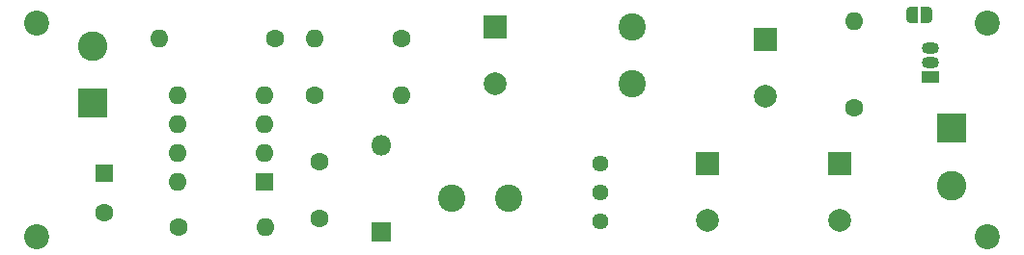
<source format=gts>
%TF.GenerationSoftware,KiCad,Pcbnew,(5.1.12)-1*%
%TF.CreationDate,2022-12-12T11:45:01+01:00*%
%TF.ProjectId,MC34063_boost,4d433334-3036-4335-9f62-6f6f73742e6b,rev?*%
%TF.SameCoordinates,Original*%
%TF.FileFunction,Soldermask,Top*%
%TF.FilePolarity,Negative*%
%FSLAX46Y46*%
G04 Gerber Fmt 4.6, Leading zero omitted, Abs format (unit mm)*
G04 Created by KiCad (PCBNEW (5.1.12)-1) date 2022-12-12 11:45:01*
%MOMM*%
%LPD*%
G01*
G04 APERTURE LIST*
%ADD10C,1.600000*%
%ADD11R,1.800000X1.800000*%
%ADD12O,1.800000X1.800000*%
%ADD13C,2.600000*%
%ADD14R,2.600000X2.600000*%
%ADD15C,0.100000*%
%ADD16C,2.400000*%
%ADD17O,1.500000X1.050000*%
%ADD18R,1.500000X1.050000*%
%ADD19O,1.600000X1.600000*%
%ADD20C,1.440000*%
%ADD21R,1.600000X1.600000*%
%ADD22R,2.000000X2.000000*%
%ADD23C,2.000000*%
%ADD24C,2.200000*%
G04 APERTURE END LIST*
D10*
%TO.C,C2*%
X72400000Y-78800000D03*
X72400000Y-73800000D03*
%TD*%
D11*
%TO.C,D1*%
X77800000Y-80000000D03*
D12*
X77800000Y-72380000D03*
%TD*%
D13*
%TO.C,J1*%
X52500000Y-63700000D03*
D14*
X52500000Y-68700000D03*
%TD*%
%TO.C,J2*%
X127800000Y-70900000D03*
D13*
X127800000Y-75900000D03*
%TD*%
D15*
%TO.C,JP1*%
G36*
X124850000Y-61650000D02*
G01*
X124350000Y-61650000D01*
X124350000Y-61649398D01*
X124325466Y-61649398D01*
X124276635Y-61644588D01*
X124228510Y-61635016D01*
X124181555Y-61620772D01*
X124136222Y-61601995D01*
X124092949Y-61578864D01*
X124052150Y-61551604D01*
X124014221Y-61520476D01*
X123979524Y-61485779D01*
X123948396Y-61447850D01*
X123921136Y-61407051D01*
X123898005Y-61363778D01*
X123879228Y-61318445D01*
X123864984Y-61271490D01*
X123855412Y-61223365D01*
X123850602Y-61174534D01*
X123850602Y-61150000D01*
X123850000Y-61150000D01*
X123850000Y-60650000D01*
X123850602Y-60650000D01*
X123850602Y-60625466D01*
X123855412Y-60576635D01*
X123864984Y-60528510D01*
X123879228Y-60481555D01*
X123898005Y-60436222D01*
X123921136Y-60392949D01*
X123948396Y-60352150D01*
X123979524Y-60314221D01*
X124014221Y-60279524D01*
X124052150Y-60248396D01*
X124092949Y-60221136D01*
X124136222Y-60198005D01*
X124181555Y-60179228D01*
X124228510Y-60164984D01*
X124276635Y-60155412D01*
X124325466Y-60150602D01*
X124350000Y-60150602D01*
X124350000Y-60150000D01*
X124850000Y-60150000D01*
X124850000Y-61650000D01*
G37*
G36*
X125650000Y-60150602D02*
G01*
X125674534Y-60150602D01*
X125723365Y-60155412D01*
X125771490Y-60164984D01*
X125818445Y-60179228D01*
X125863778Y-60198005D01*
X125907051Y-60221136D01*
X125947850Y-60248396D01*
X125985779Y-60279524D01*
X126020476Y-60314221D01*
X126051604Y-60352150D01*
X126078864Y-60392949D01*
X126101995Y-60436222D01*
X126120772Y-60481555D01*
X126135016Y-60528510D01*
X126144588Y-60576635D01*
X126149398Y-60625466D01*
X126149398Y-60650000D01*
X126150000Y-60650000D01*
X126150000Y-61150000D01*
X126149398Y-61150000D01*
X126149398Y-61174534D01*
X126144588Y-61223365D01*
X126135016Y-61271490D01*
X126120772Y-61318445D01*
X126101995Y-61363778D01*
X126078864Y-61407051D01*
X126051604Y-61447850D01*
X126020476Y-61485779D01*
X125985779Y-61520476D01*
X125947850Y-61551604D01*
X125907051Y-61578864D01*
X125863778Y-61601995D01*
X125818445Y-61620772D01*
X125771490Y-61635016D01*
X125723365Y-61644588D01*
X125674534Y-61649398D01*
X125650000Y-61649398D01*
X125650000Y-61650000D01*
X125150000Y-61650000D01*
X125150000Y-60150000D01*
X125650000Y-60150000D01*
X125650000Y-60150602D01*
G37*
%TD*%
D16*
%TO.C,L1*%
X84000000Y-77000000D03*
X89000000Y-77000000D03*
%TD*%
%TO.C,L2*%
X99800000Y-67000000D03*
X99800000Y-62000000D03*
%TD*%
D17*
%TO.C,Q1*%
X126000000Y-65130000D03*
X126000000Y-63860000D03*
D18*
X126000000Y-66400000D03*
%TD*%
D10*
%TO.C,R1*%
X68500000Y-63000000D03*
D19*
X58340000Y-63000000D03*
%TD*%
D10*
%TO.C,R2*%
X79600000Y-63000000D03*
D19*
X71980000Y-63000000D03*
%TD*%
%TO.C,R3*%
X67620000Y-79600000D03*
D10*
X60000000Y-79600000D03*
%TD*%
%TO.C,R4*%
X72000000Y-68000000D03*
D19*
X79620000Y-68000000D03*
%TD*%
%TO.C,R5*%
X119300000Y-61480000D03*
D10*
X119300000Y-69100000D03*
%TD*%
D20*
%TO.C,RV1*%
X97000000Y-74000000D03*
X97000000Y-76540000D03*
X97000000Y-79080000D03*
%TD*%
D21*
%TO.C,U1*%
X67600000Y-75600000D03*
D19*
X59980000Y-67980000D03*
X67600000Y-73060000D03*
X59980000Y-70520000D03*
X67600000Y-70520000D03*
X59980000Y-73060000D03*
X67600000Y-67980000D03*
X59980000Y-75600000D03*
%TD*%
D22*
%TO.C,C3*%
X87800000Y-62000000D03*
D23*
X87800000Y-67000000D03*
%TD*%
%TO.C,C4*%
X106400000Y-79000000D03*
D22*
X106400000Y-74000000D03*
%TD*%
D23*
%TO.C,C5*%
X111500000Y-68100000D03*
D22*
X111500000Y-63100000D03*
%TD*%
%TO.C,C6*%
X118000000Y-74000000D03*
D23*
X118000000Y-79000000D03*
%TD*%
D24*
%TO.C,H1*%
X47600000Y-80400000D03*
%TD*%
%TO.C,H2*%
X47600000Y-61600000D03*
%TD*%
%TO.C,H3*%
X131000000Y-61600000D03*
%TD*%
%TO.C,H4*%
X131000000Y-80400000D03*
%TD*%
D21*
%TO.C,C1*%
X53500000Y-74800000D03*
D10*
X53500000Y-78300000D03*
%TD*%
M02*

</source>
